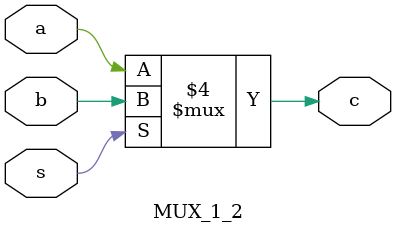
<source format=v>
`timescale 1ns / 1ps


module MUX_1_2(s,a,b,c);
input a,b;
    input s;
    output reg c;
    always @(*)begin
    if(s==1'b0)
        c=a;
        else 
           c=b;
    end
endmodule

</source>
